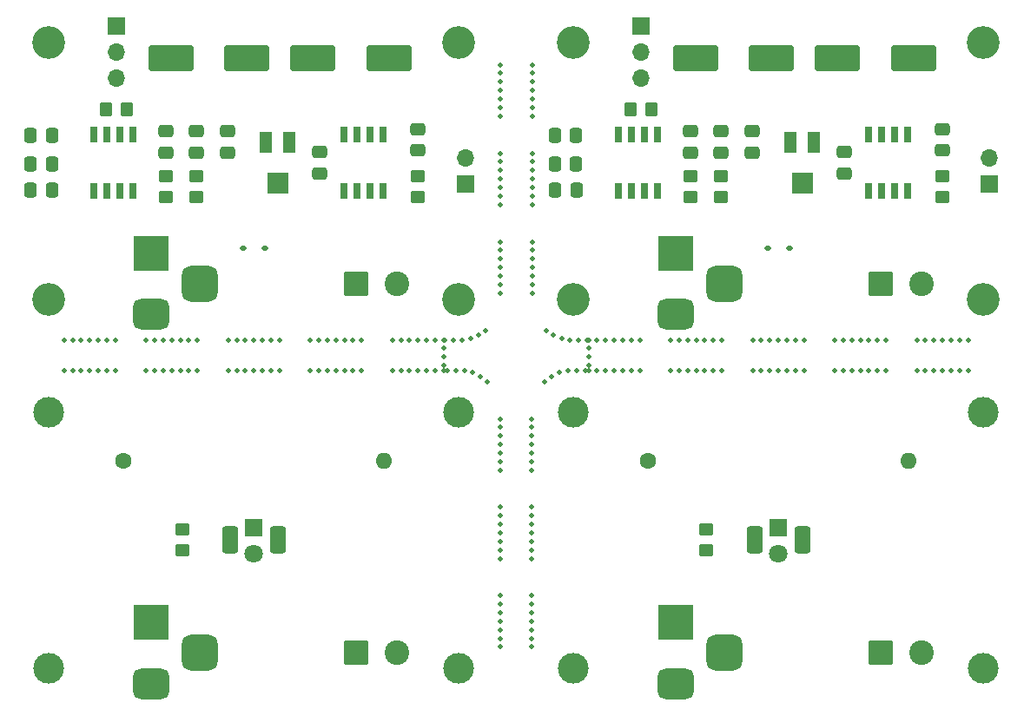
<source format=gbr>
%TF.GenerationSoftware,KiCad,Pcbnew,7.0.10*%
%TF.CreationDate,2024-03-02T22:01:54+01:00*%
%TF.ProjectId,explorer-panel_panelized,6578706c-6f72-4657-922d-70616e656c5f,rev?*%
%TF.SameCoordinates,Original*%
%TF.FileFunction,Soldermask,Top*%
%TF.FilePolarity,Negative*%
%FSLAX46Y46*%
G04 Gerber Fmt 4.6, Leading zero omitted, Abs format (unit mm)*
G04 Created by KiCad (PCBNEW 7.0.10) date 2024-03-02 22:01:54*
%MOMM*%
%LPD*%
G01*
G04 APERTURE LIST*
G04 Aperture macros list*
%AMRoundRect*
0 Rectangle with rounded corners*
0 $1 Rounding radius*
0 $2 $3 $4 $5 $6 $7 $8 $9 X,Y pos of 4 corners*
0 Add a 4 corners polygon primitive as box body*
4,1,4,$2,$3,$4,$5,$6,$7,$8,$9,$2,$3,0*
0 Add four circle primitives for the rounded corners*
1,1,$1+$1,$2,$3*
1,1,$1+$1,$4,$5*
1,1,$1+$1,$6,$7*
1,1,$1+$1,$8,$9*
0 Add four rect primitives between the rounded corners*
20,1,$1+$1,$2,$3,$4,$5,0*
20,1,$1+$1,$4,$5,$6,$7,0*
20,1,$1+$1,$6,$7,$8,$9,0*
20,1,$1+$1,$8,$9,$2,$3,0*%
G04 Aperture macros list end*
%ADD10R,0.650000X1.525000*%
%ADD11C,0.500000*%
%ADD12RoundRect,0.250000X-0.350000X-0.450000X0.350000X-0.450000X0.350000X0.450000X-0.350000X0.450000X0*%
%ADD13R,1.800000X1.800000*%
%ADD14C,1.800000*%
%ADD15RoundRect,0.250001X-0.949999X-0.949999X0.949999X-0.949999X0.949999X0.949999X-0.949999X0.949999X0*%
%ADD16C,2.400000*%
%ADD17RoundRect,0.250000X0.475000X-0.337500X0.475000X0.337500X-0.475000X0.337500X-0.475000X-0.337500X0*%
%ADD18RoundRect,0.250000X-1.950000X-1.000000X1.950000X-1.000000X1.950000X1.000000X-1.950000X1.000000X0*%
%ADD19R,3.500000X3.500000*%
%ADD20RoundRect,0.750000X1.000000X-0.750000X1.000000X0.750000X-1.000000X0.750000X-1.000000X-0.750000X0*%
%ADD21RoundRect,0.875000X0.875000X-0.875000X0.875000X0.875000X-0.875000X0.875000X-0.875000X-0.875000X0*%
%ADD22C,3.000000*%
%ADD23RoundRect,0.250000X0.337500X0.475000X-0.337500X0.475000X-0.337500X-0.475000X0.337500X-0.475000X0*%
%ADD24RoundRect,0.250000X0.450000X-0.350000X0.450000X0.350000X-0.450000X0.350000X-0.450000X-0.350000X0*%
%ADD25R,1.300000X2.000000*%
%ADD26R,2.000000X2.000000*%
%ADD27C,3.200000*%
%ADD28RoundRect,0.250000X-0.450000X0.350000X-0.450000X-0.350000X0.450000X-0.350000X0.450000X0.350000X0*%
%ADD29R,1.700000X1.700000*%
%ADD30O,1.700000X1.700000*%
%ADD31RoundRect,0.112500X0.187500X0.112500X-0.187500X0.112500X-0.187500X-0.112500X0.187500X-0.112500X0*%
%ADD32C,1.600000*%
%ADD33O,1.600000X1.600000*%
%ADD34RoundRect,0.249999X-0.512501X-1.075001X0.512501X-1.075001X0.512501X1.075001X-0.512501X1.075001X0*%
G04 APERTURE END LIST*
D10*
%TO.C,IC1*%
X59582000Y-18400000D03*
X60852000Y-18400000D03*
X62122000Y-18400000D03*
X63392000Y-18400000D03*
X63392000Y-12976000D03*
X62122000Y-12976000D03*
X60852000Y-12976000D03*
X59582000Y-12976000D03*
%TD*%
D11*
%TO.C,KiKit_MB_11_7*%
X56692000Y-35419858D03*
%TD*%
%TO.C,KiKit_MB_7_3*%
X15230667Y-35936000D03*
%TD*%
%TO.C,KiKit_MB_14_2*%
X51128000Y-62097666D03*
%TD*%
%TO.C,KiKit_MB_6_1*%
X56692000Y-35936000D03*
%TD*%
%TO.C,KiKit_MB_6_1*%
X48128000Y-49298000D03*
%TD*%
%TO.C,KiKit_MB_4_6*%
X30397333Y-33000000D03*
%TD*%
%TO.C,KiKit_MB_2_4*%
X67192000Y-33000000D03*
%TD*%
%TO.C,KiKit_MB_12_2*%
X51128000Y-44831666D03*
%TD*%
%TO.C,KiKit_MB_10_5*%
X92025333Y-35936000D03*
%TD*%
%TO.C,KiKit_MB_9_3*%
X51192000Y-18099334D03*
%TD*%
%TO.C,KiKit_MB_11_6*%
X56362936Y-35936000D03*
%TD*%
%TO.C,KiKit_MB_8_3*%
X23230667Y-35936000D03*
%TD*%
D12*
%TO.C,R4*%
X60780000Y-10477000D03*
X62780000Y-10477000D03*
%TD*%
D11*
%TO.C,KiKit_MB_10_1*%
X88692000Y-35936000D03*
%TD*%
%TO.C,KiKit_MB_13_6*%
X51128000Y-50131333D03*
%TD*%
%TO.C,KiKit_MB_3_7*%
X48064000Y-28399000D03*
%TD*%
%TO.C,KiKit_MB_3_6*%
X22397334Y-33000000D03*
%TD*%
%TO.C,KiKit_MB_1_3*%
X8897334Y-33000000D03*
%TD*%
%TO.C,KiKit_MB_5_6*%
X38397333Y-33000000D03*
%TD*%
D13*
%TO.C,.D2*%
X24064000Y-51250000D03*
D14*
X24064000Y-53790000D03*
%TD*%
D11*
%TO.C,KiKit_MB_4_2*%
X33730666Y-33000000D03*
%TD*%
%TO.C,KiKit_MB_8_2*%
X51192000Y-10299667D03*
%TD*%
%TO.C,KiKit_MB_2_1*%
X18564000Y-33000000D03*
%TD*%
%TO.C,KiKit_MB_2_4*%
X48064000Y-17266000D03*
%TD*%
%TO.C,KiKit_MB_11_5*%
X55517731Y-35936000D03*
%TD*%
%TO.C,KiKit_MB_2_3*%
X68025334Y-33000000D03*
%TD*%
D15*
%TO.C,.J1*%
X85192000Y-63500000D03*
D16*
X89152000Y-63500000D03*
%TD*%
D17*
%TO.C,C2*%
X18464000Y-14675000D03*
X18464000Y-12600000D03*
%TD*%
D11*
%TO.C,KiKit_MB_2_3*%
X16897334Y-33000000D03*
%TD*%
%TO.C,KiKit_MB_6_5*%
X60025334Y-35936000D03*
%TD*%
%TO.C,KiKit_MB_10_3*%
X51192000Y-26732334D03*
%TD*%
%TO.C,KiKit_MB_1_4*%
X59192000Y-33000000D03*
%TD*%
%TO.C,KiKit_MB_9_2*%
X30397333Y-35936000D03*
%TD*%
%TO.C,KiKit_MB_4_2*%
X84858666Y-33000000D03*
%TD*%
D18*
%TO.C,C4*%
X15968000Y-5524000D03*
X23368000Y-5524000D03*
%TD*%
D11*
%TO.C,KiKit_MB_14_5*%
X51128000Y-59597666D03*
%TD*%
D19*
%TO.C,J2*%
X14064000Y-24500000D03*
D20*
X14064000Y-30500000D03*
D21*
X18764000Y-27500000D03*
%TD*%
D22*
%TO.C,.H3*%
X55192000Y-65000000D03*
%TD*%
D11*
%TO.C,KiKit_MB_7_3*%
X66358667Y-35936000D03*
%TD*%
%TO.C,KiKit_MB_5_1*%
X93692000Y-33000000D03*
%TD*%
%TO.C,KiKit_MB_9_5*%
X32897333Y-35936000D03*
%TD*%
%TO.C,KiKit_MB_9_3*%
X82358666Y-35936000D03*
%TD*%
%TO.C,KiKit_MB_5_4*%
X91192000Y-33000000D03*
%TD*%
D23*
%TO.C,C7*%
X55487000Y-12988000D03*
X53412000Y-12988000D03*
%TD*%
D11*
%TO.C,KiKit_MB_8_6*%
X76858666Y-35936000D03*
%TD*%
D24*
%TO.C,R1*%
X15464000Y-19000000D03*
X15464000Y-17000000D03*
%TD*%
D11*
%TO.C,KiKit_MB_1_2*%
X48064000Y-6966334D03*
%TD*%
%TO.C,KiKit_MB_4_5*%
X43524960Y-33000000D03*
%TD*%
%TO.C,KiKit_MB_11_12*%
X54886197Y-32987007D03*
%TD*%
%TO.C,KiKit_MB_1_3*%
X60025334Y-33000000D03*
%TD*%
%TO.C,KiKit_MB_10_3*%
X90358666Y-35936000D03*
%TD*%
%TO.C,KiKit_MB_7_6*%
X48128000Y-62097666D03*
%TD*%
%TO.C,KiKit_MB_9_7*%
X51192000Y-14766000D03*
%TD*%
%TO.C,KiKit_MB_4_7*%
X80692000Y-33000000D03*
%TD*%
D22*
%TO.C,.H2*%
X44064000Y-40000000D03*
%TD*%
D11*
%TO.C,KiKit_MB_8_4*%
X75192000Y-35936000D03*
%TD*%
%TO.C,KiKit_MB_9_4*%
X83192000Y-35936000D03*
%TD*%
D25*
%TO.C,RV1*%
X25243000Y-13688000D03*
D26*
X26393000Y-17688000D03*
D25*
X27543000Y-13688000D03*
%TD*%
D11*
%TO.C,KiKit_MB_2_7*%
X48064000Y-19766000D03*
%TD*%
%TO.C,KiKit_MB_5_1*%
X42564000Y-33000000D03*
%TD*%
%TO.C,KiKit_MB_11_2*%
X53089742Y-36523175D03*
%TD*%
%TO.C,KiKit_MB_11_13*%
X54056653Y-32834328D03*
%TD*%
D27*
%TO.C,H3*%
X44064000Y-29000000D03*
%TD*%
D11*
%TO.C,KiKit_MB_5_3*%
X40897333Y-33000000D03*
%TD*%
%TO.C,KiKit_MB_10_2*%
X51192000Y-27565667D03*
%TD*%
%TO.C,KiKit_MB_6_1*%
X5564000Y-35936000D03*
%TD*%
%TO.C,KiKit_MB_3_5*%
X74358667Y-33000000D03*
%TD*%
%TO.C,KiKit_MB_7_7*%
X48128000Y-62931000D03*
%TD*%
%TO.C,KiKit_MB_13_7*%
X51128000Y-49298000D03*
%TD*%
D17*
%TO.C,C10*%
X40064000Y-14500000D03*
X40064000Y-12425000D03*
%TD*%
D11*
%TO.C,KiKit_MB_2_2*%
X48064000Y-15599334D03*
%TD*%
%TO.C,KiKit_MB_7_3*%
X48128000Y-59597666D03*
%TD*%
%TO.C,KiKit_MB_4_6*%
X81525333Y-33000000D03*
%TD*%
%TO.C,KiKit_MB_7_6*%
X17730667Y-35936000D03*
%TD*%
%TO.C,KiKit_MB_4_4*%
X32064000Y-33000000D03*
%TD*%
%TO.C,KiKit_MB_3_4*%
X75192000Y-33000000D03*
%TD*%
%TO.C,KiKit_MB_10_6*%
X51192000Y-24232334D03*
%TD*%
%TO.C,KiKit_MB_5_7*%
X37564000Y-33000000D03*
%TD*%
D28*
%TO.C,.R2*%
X17064000Y-51500000D03*
X17064000Y-53500000D03*
%TD*%
D11*
%TO.C,KiKit_MB_8_7*%
X51192000Y-6133000D03*
%TD*%
%TO.C,KiKit_MB_2_5*%
X66358667Y-33000000D03*
%TD*%
%TO.C,KiKit_MB_4_8*%
X42564000Y-34574653D03*
%TD*%
D27*
%TO.C,H4*%
X4064000Y-29000000D03*
%TD*%
D11*
%TO.C,KiKit_MB_4_10*%
X42893063Y-35936000D03*
%TD*%
%TO.C,KiKit_MB_3_2*%
X48064000Y-24232334D03*
%TD*%
%TO.C,KiKit_MB_7_5*%
X48128000Y-61264333D03*
%TD*%
%TO.C,KiKit_MB_8_5*%
X76025333Y-35936000D03*
%TD*%
%TO.C,KiKit_MB_9_6*%
X33730666Y-35936000D03*
%TD*%
%TO.C,KiKit_MB_1_5*%
X58358667Y-33000000D03*
%TD*%
%TO.C,KiKit_MB_10_5*%
X51192000Y-25065667D03*
%TD*%
D27*
%TO.C,H2*%
X95192000Y-4000000D03*
%TD*%
D11*
%TO.C,KiKit_MB_4_3*%
X32897333Y-33000000D03*
%TD*%
%TO.C,KiKit_MB_7_2*%
X65525334Y-35936000D03*
%TD*%
D22*
%TO.C,.H4*%
X95192000Y-65000000D03*
%TD*%
D11*
%TO.C,KiKit_MB_7_1*%
X64692000Y-35936000D03*
%TD*%
%TO.C,KiKit_MB_1_4*%
X8064000Y-33000000D03*
%TD*%
%TO.C,KiKit_MB_1_1*%
X48064000Y-6133000D03*
%TD*%
D29*
%TO.C,JPROG1*%
X10668000Y-2349000D03*
D30*
X10668000Y-4889000D03*
X10668000Y-7429000D03*
%TD*%
D11*
%TO.C,KiKit_MB_2_7*%
X64692000Y-33000000D03*
%TD*%
%TO.C,KiKit_MB_7_2*%
X14397334Y-35936000D03*
%TD*%
%TO.C,KiKit_MB_5_3*%
X92025333Y-33000000D03*
%TD*%
%TO.C,KiKit_MB_8_1*%
X21564000Y-35936000D03*
%TD*%
%TO.C,KiKit_MB_6_7*%
X48128000Y-54298000D03*
%TD*%
%TO.C,KiKit_MB_3_1*%
X48064000Y-23399000D03*
%TD*%
%TO.C,KiKit_MB_1_7*%
X5564000Y-33000000D03*
%TD*%
%TO.C,KiKit_MB_13_1*%
X51128000Y-54298000D03*
%TD*%
%TO.C,KiKit_MB_10_4*%
X51192000Y-25899000D03*
%TD*%
%TO.C,KiKit_MB_1_7*%
X48064000Y-11133000D03*
%TD*%
%TO.C,KiKit_MB_4_4*%
X44369801Y-32987007D03*
%TD*%
%TO.C,KiKit_MB_2_6*%
X65525334Y-33000000D03*
%TD*%
D31*
%TO.C,D1*%
X25114000Y-24000000D03*
X23014000Y-24000000D03*
%TD*%
D22*
%TO.C,.H1*%
X55192000Y-40000000D03*
%TD*%
D11*
%TO.C,KiKit_MB_8_2*%
X22397334Y-35936000D03*
%TD*%
%TO.C,KiKit_MB_10_2*%
X89525333Y-35936000D03*
%TD*%
%TO.C,KiKit_MB_7_2*%
X48128000Y-58764333D03*
%TD*%
D19*
%TO.C,J2*%
X65192000Y-24500000D03*
D20*
X65192000Y-30500000D03*
D21*
X69892000Y-27500000D03*
%TD*%
D11*
%TO.C,KiKit_MB_6_4*%
X59192000Y-35936000D03*
%TD*%
D10*
%TO.C,IC2*%
X32888000Y-18400000D03*
X34158000Y-18400000D03*
X35428000Y-18400000D03*
X36698000Y-18400000D03*
X36698000Y-12976000D03*
X35428000Y-12976000D03*
X34158000Y-12976000D03*
X32888000Y-12976000D03*
%TD*%
D24*
%TO.C,R2*%
X18464000Y-19000000D03*
X18464000Y-17000000D03*
%TD*%
D11*
%TO.C,KiKit_MB_9_1*%
X80692000Y-35936000D03*
%TD*%
%TO.C,KiKit_MB_7_5*%
X16897334Y-35936000D03*
%TD*%
%TO.C,KiKit_MB_6_3*%
X58358667Y-35936000D03*
%TD*%
%TO.C,KiKit_MB_12_1*%
X51128000Y-45665000D03*
%TD*%
%TO.C,KiKit_MB_4_5*%
X31230666Y-33000000D03*
%TD*%
D23*
%TO.C,C7*%
X4359000Y-12988000D03*
X2284000Y-12988000D03*
%TD*%
D11*
%TO.C,KiKit_MB_14_1*%
X51128000Y-62931000D03*
%TD*%
%TO.C,KiKit_MB_9_1*%
X29564000Y-35936000D03*
%TD*%
%TO.C,KiKit_MB_3_3*%
X76025333Y-33000000D03*
%TD*%
%TO.C,KiKit_MB_7_4*%
X48128000Y-60431000D03*
%TD*%
D17*
%TO.C,C5*%
X72667000Y-14675000D03*
X72667000Y-12600000D03*
%TD*%
D11*
%TO.C,KiKit_MB_4_15*%
X46839121Y-37032000D03*
%TD*%
%TO.C,KiKit_MB_8_7*%
X26564000Y-35936000D03*
%TD*%
%TO.C,KiKit_MB_7_4*%
X16064000Y-35936000D03*
%TD*%
%TO.C,KiKit_MB_11_9*%
X56692000Y-33729449D03*
%TD*%
D23*
%TO.C,C8*%
X55487000Y-15788000D03*
X53412000Y-15788000D03*
%TD*%
D17*
%TO.C,C3*%
X30464000Y-16725000D03*
X30464000Y-14650000D03*
%TD*%
D11*
%TO.C,KiKit_MB_2_2*%
X68858667Y-33000000D03*
%TD*%
%TO.C,KiKit_MB_9_7*%
X34564000Y-35936000D03*
%TD*%
%TO.C,KiKit_MB_4_4*%
X83192000Y-33000000D03*
%TD*%
%TO.C,KiKit_MB_14_7*%
X51128000Y-57931000D03*
%TD*%
%TO.C,KiKit_MB_6_5*%
X8897334Y-35936000D03*
%TD*%
D25*
%TO.C,RV1*%
X76371000Y-13688000D03*
D26*
X77521000Y-17688000D03*
D25*
X78671000Y-13688000D03*
%TD*%
D11*
%TO.C,KiKit_MB_4_12*%
X44581950Y-35970452D03*
%TD*%
%TO.C,KiKit_MB_4_7*%
X42564000Y-33729449D03*
%TD*%
%TO.C,KiKit_MB_2_6*%
X48064000Y-18932667D03*
%TD*%
%TO.C,KiKit_MB_5_4*%
X48128000Y-43165000D03*
%TD*%
%TO.C,KiKit_MB_7_1*%
X13564000Y-35936000D03*
%TD*%
%TO.C,KiKit_MB_4_3*%
X45199345Y-32834328D03*
%TD*%
%TO.C,KiKit_MB_7_1*%
X48128000Y-57931000D03*
%TD*%
%TO.C,KiKit_MB_4_1*%
X85692000Y-33000000D03*
%TD*%
%TO.C,KiKit_MB_2_7*%
X13564000Y-33000000D03*
%TD*%
%TO.C,KiKit_MB_9_2*%
X51192000Y-18932667D03*
%TD*%
%TO.C,KiKit_MB_1_7*%
X56692000Y-33000000D03*
%TD*%
%TO.C,KiKit_MB_11_15*%
X52583154Y-32032000D03*
%TD*%
%TO.C,KiKit_MB_9_6*%
X84858666Y-35936000D03*
%TD*%
%TO.C,KiKit_MB_3_6*%
X48064000Y-27565667D03*
%TD*%
%TO.C,KiKit_MB_12_6*%
X51128000Y-41498333D03*
%TD*%
%TO.C,KiKit_MB_1_3*%
X48064000Y-7799667D03*
%TD*%
%TO.C,KiKit_MB_10_1*%
X51192000Y-28399000D03*
%TD*%
%TO.C,KiKit_MB_5_4*%
X40064000Y-33000000D03*
%TD*%
%TO.C,KiKit_MB_6_5*%
X48128000Y-52631333D03*
%TD*%
%TO.C,KiKit_MB_3_7*%
X21564000Y-33000000D03*
%TD*%
%TO.C,KiKit_MB_6_6*%
X48128000Y-53464666D03*
%TD*%
%TO.C,KiKit_MB_3_4*%
X24064000Y-33000000D03*
%TD*%
%TO.C,KiKit_MB_10_4*%
X91192000Y-35936000D03*
%TD*%
%TO.C,KiKit_MB_9_4*%
X51192000Y-17266000D03*
%TD*%
D19*
%TO.C,.J2*%
X14064000Y-60500000D03*
D20*
X14064000Y-66500000D03*
D21*
X18764000Y-63500000D03*
%TD*%
D11*
%TO.C,KiKit_MB_7_4*%
X67192000Y-35936000D03*
%TD*%
%TO.C,KiKit_MB_4_3*%
X84025333Y-33000000D03*
%TD*%
%TO.C,KiKit_MB_10_7*%
X51192000Y-23399000D03*
%TD*%
%TO.C,KiKit_MB_8_5*%
X51192000Y-7799667D03*
%TD*%
%TO.C,KiKit_MB_8_6*%
X51192000Y-6966334D03*
%TD*%
%TO.C,KiKit_MB_6_7*%
X61692000Y-35936000D03*
%TD*%
%TO.C,KiKit_MB_6_7*%
X10564000Y-35936000D03*
%TD*%
%TO.C,KiKit_MB_6_2*%
X48128000Y-50131333D03*
%TD*%
%TO.C,KiKit_MB_2_5*%
X48064000Y-18099334D03*
%TD*%
D10*
%TO.C,IC1*%
X8454000Y-18400000D03*
X9724000Y-18400000D03*
X10994000Y-18400000D03*
X12264000Y-18400000D03*
X12264000Y-12976000D03*
X10994000Y-12976000D03*
X9724000Y-12976000D03*
X8454000Y-12976000D03*
%TD*%
D11*
%TO.C,KiKit_MB_3_2*%
X76858666Y-33000000D03*
%TD*%
%TO.C,KiKit_MB_8_1*%
X72692000Y-35936000D03*
%TD*%
%TO.C,KiKit_MB_5_2*%
X48128000Y-41498333D03*
%TD*%
D19*
%TO.C,.J2*%
X65192000Y-60500000D03*
D20*
X65192000Y-66500000D03*
D21*
X69892000Y-63500000D03*
%TD*%
D11*
%TO.C,KiKit_MB_9_4*%
X32064000Y-35936000D03*
%TD*%
%TO.C,KiKit_MB_9_3*%
X31230666Y-35936000D03*
%TD*%
%TO.C,KiKit_MB_8_4*%
X24064000Y-35936000D03*
%TD*%
%TO.C,KiKit_MB_4_9*%
X42564000Y-35419858D03*
%TD*%
%TO.C,KiKit_MB_3_7*%
X72692000Y-33000000D03*
%TD*%
%TO.C,KiKit_MB_1_2*%
X9730667Y-33000000D03*
%TD*%
%TO.C,KiKit_MB_3_1*%
X26564000Y-33000000D03*
%TD*%
%TO.C,KiKit_MB_4_7*%
X29564000Y-33000000D03*
%TD*%
%TO.C,KiKit_MB_3_4*%
X48064000Y-25899000D03*
%TD*%
%TO.C,KiKit_MB_10_4*%
X40064000Y-35936000D03*
%TD*%
%TO.C,KiKit_MB_1_6*%
X48064000Y-10299667D03*
%TD*%
%TO.C,KiKit_MB_6_4*%
X48128000Y-51798000D03*
%TD*%
D24*
%TO.C,R1*%
X66592000Y-19000000D03*
X66592000Y-17000000D03*
%TD*%
D11*
%TO.C,KiKit_MB_8_7*%
X77692000Y-35936000D03*
%TD*%
%TO.C,KiKit_MB_6_6*%
X9730667Y-35936000D03*
%TD*%
D17*
%TO.C,C3*%
X81592000Y-16725000D03*
X81592000Y-14650000D03*
%TD*%
D11*
%TO.C,KiKit_MB_5_6*%
X48128000Y-44831666D03*
%TD*%
%TO.C,KiKit_MB_8_2*%
X73525334Y-35936000D03*
%TD*%
D18*
%TO.C,C4*%
X67096000Y-5524000D03*
X74496000Y-5524000D03*
%TD*%
D29*
%TO.C,JPROG1*%
X61796000Y-2349000D03*
D30*
X61796000Y-4889000D03*
X61796000Y-7429000D03*
%TD*%
D17*
%TO.C,C1*%
X66592000Y-14675000D03*
X66592000Y-12600000D03*
%TD*%
D11*
%TO.C,KiKit_MB_1_5*%
X7230667Y-33000000D03*
%TD*%
D17*
%TO.C,C1*%
X15464000Y-14675000D03*
X15464000Y-12600000D03*
%TD*%
D23*
%TO.C,C8*%
X4359000Y-15788000D03*
X2284000Y-15788000D03*
%TD*%
%TO.C,C9*%
X4396500Y-18388000D03*
X2321500Y-18388000D03*
%TD*%
D32*
%TO.C,.R1*%
X62492000Y-44750000D03*
D33*
X87892000Y-44750000D03*
%TD*%
D11*
%TO.C,KiKit_MB_2_5*%
X15230667Y-33000000D03*
%TD*%
%TO.C,KiKit_MB_6_3*%
X7230667Y-35936000D03*
%TD*%
%TO.C,KiKit_MB_9_5*%
X51192000Y-16432667D03*
%TD*%
D27*
%TO.C,H4*%
X55192000Y-29000000D03*
%TD*%
D11*
%TO.C,KiKit_MB_5_7*%
X88692000Y-33000000D03*
%TD*%
%TO.C,KiKit_MB_11_3*%
X53853082Y-36164183D03*
%TD*%
D15*
%TO.C,J1*%
X34064000Y-27500000D03*
D16*
X38024000Y-27500000D03*
%TD*%
D11*
%TO.C,KiKit_MB_9_1*%
X51192000Y-19766000D03*
%TD*%
%TO.C,KiKit_MB_2_3*%
X48064000Y-16432667D03*
%TD*%
D17*
%TO.C,C10*%
X91192000Y-14500000D03*
X91192000Y-12425000D03*
%TD*%
D11*
%TO.C,KiKit_MB_5_1*%
X48128000Y-40665000D03*
%TD*%
%TO.C,KiKit_MB_11_14*%
X53277419Y-32511295D03*
%TD*%
D18*
%TO.C,C6*%
X29828000Y-5524000D03*
X37228000Y-5524000D03*
%TD*%
D11*
%TO.C,KiKit_MB_6_6*%
X60858667Y-35936000D03*
%TD*%
D13*
%TO.C,.D2*%
X75192000Y-51250000D03*
D14*
X75192000Y-53790000D03*
%TD*%
D11*
%TO.C,KiKit_MB_5_7*%
X48128000Y-45665000D03*
%TD*%
%TO.C,KiKit_MB_10_1*%
X37564000Y-35936000D03*
%TD*%
%TO.C,KiKit_MB_1_6*%
X57525334Y-33000000D03*
%TD*%
%TO.C,KiKit_MB_7_7*%
X18564000Y-35936000D03*
%TD*%
%TO.C,KiKit_MB_10_6*%
X92858666Y-35936000D03*
%TD*%
%TO.C,KiKit_MB_4_11*%
X43738268Y-35936000D03*
%TD*%
%TO.C,KiKit_MB_4_6*%
X42679755Y-33000000D03*
%TD*%
%TO.C,KiKit_MB_9_7*%
X85692000Y-35936000D03*
%TD*%
D31*
%TO.C,D1*%
X76242000Y-24000000D03*
X74142000Y-24000000D03*
%TD*%
D11*
%TO.C,KiKit_MB_3_1*%
X77692000Y-33000000D03*
%TD*%
%TO.C,KiKit_MB_12_5*%
X51128000Y-42331666D03*
%TD*%
%TO.C,KiKit_MB_8_3*%
X51192000Y-9466334D03*
%TD*%
D23*
%TO.C,C9*%
X55524500Y-18388000D03*
X53449500Y-18388000D03*
%TD*%
D24*
%TO.C,R2*%
X69592000Y-19000000D03*
X69592000Y-17000000D03*
%TD*%
D11*
%TO.C,KiKit_MB_6_2*%
X6397334Y-35936000D03*
%TD*%
%TO.C,KiKit_MB_10_7*%
X93692000Y-35936000D03*
%TD*%
%TO.C,KiKit_MB_14_3*%
X51128000Y-61264333D03*
%TD*%
%TO.C,KiKit_MB_8_1*%
X51192000Y-11133000D03*
%TD*%
%TO.C,KiKit_MB_10_2*%
X38397333Y-35936000D03*
%TD*%
%TO.C,KiKit_MB_4_1*%
X34564000Y-33000000D03*
%TD*%
%TO.C,KiKit_MB_11_11*%
X55731038Y-33000000D03*
%TD*%
D29*
%TO.C,JSPK1*%
X95792000Y-17724000D03*
D30*
X95792000Y-15184000D03*
%TD*%
D11*
%TO.C,KiKit_MB_6_2*%
X57525334Y-35936000D03*
%TD*%
%TO.C,KiKit_MB_4_5*%
X82358666Y-33000000D03*
%TD*%
%TO.C,KiKit_MB_14_4*%
X51128000Y-60431000D03*
%TD*%
%TO.C,KiKit_MB_6_4*%
X8064000Y-35936000D03*
%TD*%
D10*
%TO.C,IC2*%
X84016000Y-18400000D03*
X85286000Y-18400000D03*
X86556000Y-18400000D03*
X87826000Y-18400000D03*
X87826000Y-12976000D03*
X86556000Y-12976000D03*
X85286000Y-12976000D03*
X84016000Y-12976000D03*
%TD*%
D11*
%TO.C,KiKit_MB_2_6*%
X14397334Y-33000000D03*
%TD*%
%TO.C,KiKit_MB_8_5*%
X24897333Y-35936000D03*
%TD*%
D17*
%TO.C,C5*%
X21539000Y-14675000D03*
X21539000Y-12600000D03*
%TD*%
D11*
%TO.C,KiKit_MB_11_10*%
X56576243Y-33000000D03*
%TD*%
%TO.C,KiKit_MB_4_1*%
X46672844Y-32032000D03*
%TD*%
%TO.C,KiKit_MB_8_3*%
X74358667Y-35936000D03*
%TD*%
%TO.C,KiKit_MB_1_2*%
X60858667Y-33000000D03*
%TD*%
D18*
%TO.C,C6*%
X80956000Y-5524000D03*
X88356000Y-5524000D03*
%TD*%
D11*
%TO.C,KiKit_MB_10_7*%
X42564000Y-35936000D03*
%TD*%
%TO.C,KiKit_MB_2_1*%
X69692000Y-33000000D03*
%TD*%
D32*
%TO.C,.R1*%
X11364000Y-44750000D03*
D33*
X36764000Y-44750000D03*
%TD*%
D11*
%TO.C,KiKit_MB_8_4*%
X51192000Y-8633000D03*
%TD*%
%TO.C,KiKit_MB_9_2*%
X81525333Y-35936000D03*
%TD*%
D22*
%TO.C,.H2*%
X95192000Y-40000000D03*
%TD*%
D29*
%TO.C,JSPK1*%
X44664000Y-17724000D03*
D30*
X44664000Y-15184000D03*
%TD*%
D22*
%TO.C,.H1*%
X4064000Y-40000000D03*
%TD*%
%TO.C,.H4*%
X44064000Y-65000000D03*
%TD*%
D27*
%TO.C,H2*%
X44064000Y-4000000D03*
%TD*%
D11*
%TO.C,KiKit_MB_5_6*%
X89525333Y-33000000D03*
%TD*%
%TO.C,KiKit_MB_5_2*%
X41730666Y-33000000D03*
%TD*%
%TO.C,KiKit_MB_13_4*%
X51128000Y-51798000D03*
%TD*%
D28*
%TO.C,.R2*%
X68192000Y-51500000D03*
X68192000Y-53500000D03*
%TD*%
D11*
%TO.C,KiKit_MB_1_5*%
X48064000Y-9466334D03*
%TD*%
%TO.C,KiKit_MB_3_2*%
X25730666Y-33000000D03*
%TD*%
%TO.C,KiKit_MB_7_5*%
X68025334Y-35936000D03*
%TD*%
%TO.C,KiKit_MB_10_6*%
X41730666Y-35936000D03*
%TD*%
%TO.C,KiKit_MB_9_6*%
X51192000Y-15599334D03*
%TD*%
D15*
%TO.C,J1*%
X85192000Y-27500000D03*
D16*
X89152000Y-27500000D03*
%TD*%
D11*
%TO.C,KiKit_MB_7_7*%
X69692000Y-35936000D03*
%TD*%
%TO.C,KiKit_MB_1_1*%
X61692000Y-33000000D03*
%TD*%
%TO.C,KiKit_MB_4_13*%
X45402916Y-36164183D03*
%TD*%
%TO.C,KiKit_MB_5_5*%
X48128000Y-43998333D03*
%TD*%
%TO.C,KiKit_MB_1_1*%
X10564000Y-33000000D03*
%TD*%
D27*
%TO.C,H1*%
X4064000Y-4000000D03*
%TD*%
D11*
%TO.C,KiKit_MB_4_14*%
X46166256Y-36523175D03*
%TD*%
%TO.C,KiKit_MB_9_5*%
X84025333Y-35936000D03*
%TD*%
D17*
%TO.C,C2*%
X69592000Y-14675000D03*
X69592000Y-12600000D03*
%TD*%
D28*
%TO.C,R3*%
X40064000Y-17000000D03*
X40064000Y-19000000D03*
%TD*%
D11*
%TO.C,KiKit_MB_3_5*%
X48064000Y-26732334D03*
%TD*%
%TO.C,KiKit_MB_1_6*%
X6397334Y-33000000D03*
%TD*%
%TO.C,KiKit_MB_5_2*%
X92858666Y-33000000D03*
%TD*%
%TO.C,KiKit_MB_10_3*%
X39230666Y-35936000D03*
%TD*%
%TO.C,KiKit_MB_4_2*%
X45978579Y-32511295D03*
%TD*%
%TO.C,KiKit_MB_14_6*%
X51128000Y-58764333D03*
%TD*%
D28*
%TO.C,R3*%
X91192000Y-17000000D03*
X91192000Y-19000000D03*
%TD*%
D11*
%TO.C,KiKit_MB_12_4*%
X51128000Y-43165000D03*
%TD*%
%TO.C,KiKit_MB_1_4*%
X48064000Y-8633000D03*
%TD*%
D12*
%TO.C,R4*%
X9652000Y-10477000D03*
X11652000Y-10477000D03*
%TD*%
D11*
%TO.C,KiKit_MB_13_5*%
X51128000Y-50964666D03*
%TD*%
%TO.C,KiKit_MB_11_1*%
X52416877Y-37032000D03*
%TD*%
%TO.C,KiKit_MB_11_8*%
X56692000Y-34574653D03*
%TD*%
%TO.C,KiKit_MB_2_1*%
X48064000Y-14766000D03*
%TD*%
D34*
%TO.C,.D1*%
X72854500Y-52500000D03*
X77529500Y-52500000D03*
%TD*%
D11*
%TO.C,KiKit_MB_7_6*%
X68858667Y-35936000D03*
%TD*%
D22*
%TO.C,.H3*%
X4064000Y-65000000D03*
%TD*%
D11*
%TO.C,KiKit_MB_5_5*%
X39230666Y-33000000D03*
%TD*%
D27*
%TO.C,H1*%
X55192000Y-4000000D03*
%TD*%
%TO.C,H3*%
X95192000Y-29000000D03*
%TD*%
D11*
%TO.C,KiKit_MB_13_3*%
X51128000Y-52631333D03*
%TD*%
%TO.C,KiKit_MB_5_5*%
X90358666Y-33000000D03*
%TD*%
%TO.C,KiKit_MB_12_7*%
X51128000Y-40665000D03*
%TD*%
%TO.C,KiKit_MB_3_6*%
X73525334Y-33000000D03*
%TD*%
%TO.C,KiKit_MB_2_2*%
X17730667Y-33000000D03*
%TD*%
%TO.C,KiKit_MB_5_3*%
X48128000Y-42331666D03*
%TD*%
%TO.C,KiKit_MB_8_6*%
X25730666Y-35936000D03*
%TD*%
%TO.C,KiKit_MB_6_3*%
X48128000Y-50964666D03*
%TD*%
%TO.C,KiKit_MB_13_2*%
X51128000Y-53464666D03*
%TD*%
%TO.C,KiKit_MB_3_5*%
X23230667Y-33000000D03*
%TD*%
D15*
%TO.C,.J1*%
X34064000Y-63500000D03*
D16*
X38024000Y-63500000D03*
%TD*%
D11*
%TO.C,KiKit_MB_3_3*%
X48064000Y-25065667D03*
%TD*%
%TO.C,KiKit_MB_2_4*%
X16064000Y-33000000D03*
%TD*%
%TO.C,KiKit_MB_10_5*%
X40897333Y-35936000D03*
%TD*%
D34*
%TO.C,.D1*%
X21726500Y-52500000D03*
X26401500Y-52500000D03*
%TD*%
D11*
%TO.C,KiKit_MB_12_3*%
X51128000Y-43998333D03*
%TD*%
%TO.C,KiKit_MB_11_4*%
X54674049Y-35970452D03*
%TD*%
%TO.C,KiKit_MB_3_3*%
X24897333Y-33000000D03*
%TD*%
M02*

</source>
